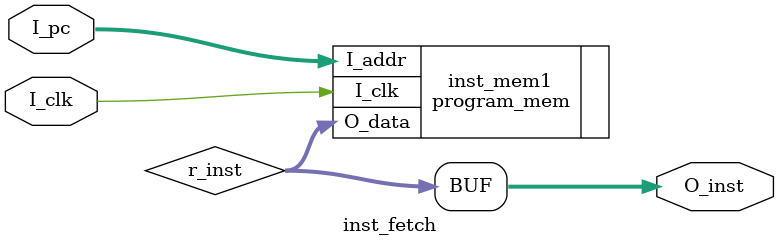
<source format=v>
`timescale 1ns / 1ps


module inst_fetch(
    input I_clk,
    input [15:0] I_pc,
    output [15:0] O_inst
    );
    
    reg O_inst;
    wire [15:0] r_inst;
    
    program_mem inst_mem1(
         .I_clk(I_clk),
         .I_addr(I_pc),
         .O_data(r_inst)
         );
    
    assign O_inst = r_inst;
    
endmodule

</source>
